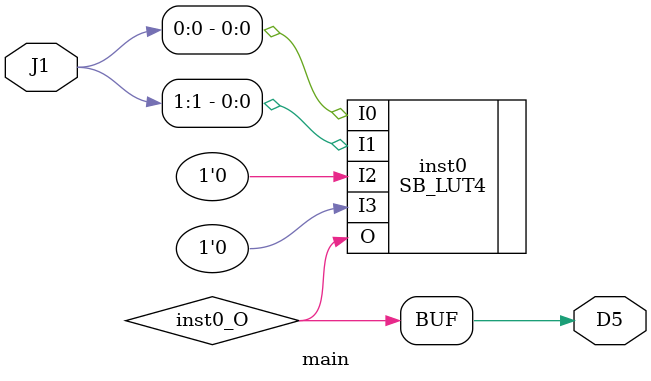
<source format=v>
module main (input [1:0] J1, output  D5);
wire  inst0_O;
SB_LUT4 #(.LUT_INIT(16'hEEEE)) inst0 (.I0(J1[0]), .I1(J1[1]), .I2(1'b0), .I3(1'b0), .O(inst0_O));
assign D5 = inst0_O;
endmodule


</source>
